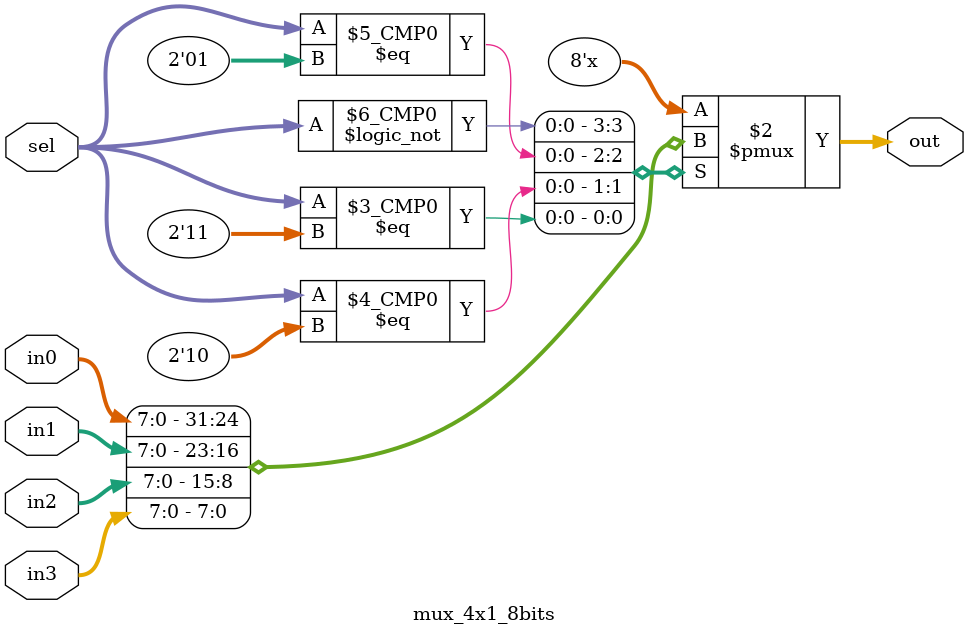
<source format=sv>
module mux_4x1_8bits (
    input logic [7:0] in0, in1, in2, in3,
    input logic [1:0] sel,
    output logic [7:0] out
);
    always_comb begin
        case (sel)
            2'b00: out = in0;
            2'b01: out = in1;
            2'b10: out = in2;
            2'b11: out = in3;
        endcase
    end
endmodule

</source>
